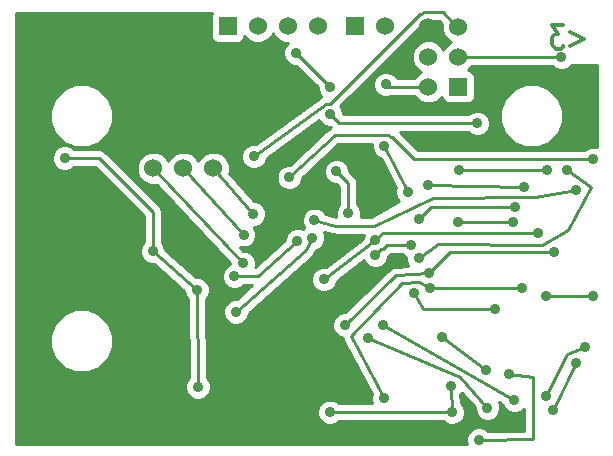
<source format=gbl>
G04 (created by PCBNEW-RS274X (2011-nov-30)-testing) date Sun 09 Sep 2012 09:49:09 PM EDT*
%MOIN*%
G04 Gerber Fmt 3.4, Leading zero omitted, Abs format*
%FSLAX34Y34*%
G01*
G70*
G90*
G04 APERTURE LIST*
%ADD10C,0.006*%
%ADD11C,0.012*%
%ADD12R,0.06X0.06*%
%ADD13C,0.06*%
%ADD14R,0.0906X0.0512*%
%ADD15R,0.0867X0.0512*%
%ADD16R,0.0591X0.0512*%
%ADD17C,0.035*%
%ADD18C,0.01*%
G04 APERTURE END LIST*
G54D10*
G54D11*
X18797Y14030D02*
X19254Y13801D01*
X18797Y13572D01*
X18568Y14296D02*
X18197Y14296D01*
X18397Y13991D01*
X18311Y13991D01*
X18254Y13953D01*
X18225Y13915D01*
X18197Y13839D01*
X18197Y13649D01*
X18225Y13572D01*
X18254Y13534D01*
X18311Y13496D01*
X18483Y13496D01*
X18540Y13534D01*
X18568Y13572D01*
G54D12*
X7380Y14235D03*
G54D13*
X8380Y14235D03*
X9380Y14235D03*
X10380Y14235D03*
X6900Y9505D03*
X5900Y9505D03*
X4900Y9505D03*
G54D12*
X15065Y12215D03*
G54D13*
X14065Y12215D03*
X15065Y13215D03*
X14065Y13215D03*
X15065Y14215D03*
X14065Y14215D03*
G54D14*
X751Y9114D03*
G54D15*
X1932Y8445D03*
G54D14*
X751Y5886D03*
G54D16*
X1932Y6555D03*
G54D12*
X11620Y14235D03*
G54D13*
X12620Y14235D03*
G54D17*
X11400Y8000D03*
X11000Y9400D03*
X10800Y11300D03*
X15700Y11000D03*
X18030Y9430D03*
X15090Y9430D03*
X12300Y6600D03*
X13500Y6950D03*
X13760Y6500D03*
X18675Y9459D03*
X13750Y7800D03*
X16950Y8200D03*
X18500Y13200D03*
X19564Y5259D03*
X17975Y5259D03*
X14850Y1370D03*
X10780Y1370D03*
X15050Y7700D03*
X16900Y7700D03*
X14820Y2260D03*
X9650Y13350D03*
X10800Y12200D03*
X17975Y1920D03*
X19291Y3558D03*
X8238Y7982D03*
X7909Y7289D03*
X7888Y6337D03*
X12050Y3850D03*
X16036Y1521D03*
X13590Y5340D03*
X16274Y4811D03*
X12540Y4290D03*
X16932Y1766D03*
X8250Y9900D03*
X7650Y4720D03*
X10202Y7185D03*
X18976Y8766D03*
X10270Y7770D03*
X11290Y4272D03*
X14100Y6000D03*
X18250Y6700D03*
X19550Y9800D03*
X9430Y9200D03*
X12580Y1840D03*
X17200Y5500D03*
X14111Y5504D03*
X18990Y3020D03*
X18220Y1451D03*
X16740Y2630D03*
X15750Y450D03*
X9702Y7095D03*
X7600Y5900D03*
X16770Y12645D03*
X10548Y6547D03*
X13650Y10450D03*
X14041Y8941D03*
X17240Y8885D03*
X12669Y8843D03*
X6420Y6240D03*
X14524Y3894D03*
X15973Y2767D03*
X8510Y1600D03*
X7490Y3460D03*
X3499Y7177D03*
X9932Y12329D03*
X7902Y12371D03*
X1940Y9840D03*
X17730Y7346D03*
X10583Y5798D03*
X6380Y2220D03*
X4878Y6743D03*
X6362Y5455D03*
X12300Y7100D03*
X13390Y8720D03*
X12600Y10250D03*
X12650Y12300D03*
G54D18*
X11400Y8000D02*
X11400Y9000D01*
X11400Y9000D02*
X11000Y9400D01*
X10800Y11300D02*
X11100Y11000D01*
X11100Y11000D02*
X15700Y11000D01*
X15090Y9430D02*
X18030Y9430D01*
X12300Y6600D02*
X12500Y6800D01*
X12500Y6800D02*
X12550Y6800D01*
X12550Y6800D02*
X12700Y6950D01*
X12700Y6950D02*
X13500Y6950D01*
X14380Y6980D02*
X13760Y6500D01*
X17870Y6953D02*
X14380Y6980D01*
X18717Y7436D02*
X17870Y6953D01*
X19501Y8878D02*
X18717Y7436D01*
X18675Y9459D02*
X19501Y8878D01*
X13750Y7800D02*
X14150Y8200D01*
X14150Y8200D02*
X16950Y8200D01*
X18500Y13200D02*
X15050Y13200D01*
X15050Y13200D02*
X15065Y13215D01*
X19536Y5259D02*
X19564Y5259D01*
X17975Y5259D02*
X19536Y5259D01*
X14850Y1370D02*
X14820Y2260D01*
X10780Y1370D02*
X14850Y1370D01*
X15050Y7700D02*
X16900Y7700D01*
X9650Y13350D02*
X10800Y12200D01*
X18682Y3313D02*
X17975Y1920D01*
X19291Y3558D02*
X18682Y3313D01*
X8238Y7982D02*
X6900Y9505D01*
X7909Y7289D02*
X5900Y9505D01*
X7888Y6337D02*
X4900Y9505D01*
X15105Y2536D02*
X12050Y3850D01*
X16036Y1521D02*
X15105Y2536D01*
X13894Y4811D02*
X13590Y5340D01*
X16274Y4811D02*
X13894Y4811D01*
X16932Y1766D02*
X12540Y4290D01*
X8250Y9900D02*
X10650Y11650D01*
X15000Y14250D02*
X14550Y14700D01*
X14550Y14700D02*
X13900Y14700D01*
X13900Y14700D02*
X13850Y14650D01*
X13850Y14650D02*
X13800Y14650D01*
X13800Y14650D02*
X10800Y11650D01*
X10800Y11650D02*
X10650Y11650D01*
X15065Y14215D02*
X15000Y14250D01*
X9977Y6780D02*
X7650Y4720D01*
X10202Y7185D02*
X9977Y6780D01*
X14206Y8529D02*
X17620Y8534D01*
X17620Y8534D02*
X18976Y8766D01*
X12240Y7590D02*
X14206Y8529D01*
X10950Y7590D02*
X12240Y7590D01*
X10270Y7770D02*
X10950Y7590D01*
X14100Y6000D02*
X13000Y5930D01*
X13000Y5930D02*
X11290Y4272D01*
X14100Y6000D02*
X14800Y6700D01*
X14800Y6700D02*
X18250Y6700D01*
X13600Y9800D02*
X19550Y9800D01*
X12850Y10550D02*
X13600Y9800D01*
X12800Y10550D02*
X12850Y10550D01*
X12750Y10600D02*
X12800Y10550D01*
X10950Y10600D02*
X12750Y10600D01*
X9430Y9200D02*
X10950Y10600D01*
X14111Y5504D02*
X17200Y5500D01*
X12580Y1840D02*
X11500Y3908D01*
X13180Y5679D02*
X13770Y5700D01*
X11500Y3908D02*
X13180Y5679D01*
X13770Y5700D02*
X14111Y5504D01*
X18220Y1451D02*
X18990Y3020D01*
X15750Y450D02*
X17548Y464D01*
X17569Y2543D02*
X16740Y2630D01*
X17548Y464D02*
X17569Y2543D01*
X9702Y7095D02*
X8400Y5900D01*
X8400Y5900D02*
X7600Y5900D01*
X17240Y8885D02*
X14041Y8941D01*
X14524Y3894D02*
X15973Y2767D01*
X7490Y3460D02*
X8510Y1600D01*
X3499Y7177D02*
X3492Y7177D01*
X7944Y12329D02*
X9932Y12329D01*
X7902Y12371D02*
X7944Y12329D01*
X4878Y6743D02*
X4878Y8052D01*
X3090Y9840D02*
X1940Y9840D01*
X4878Y8052D02*
X3090Y9840D01*
X12600Y10250D02*
X13390Y8720D01*
X10583Y5798D02*
X12300Y7100D01*
X12300Y7100D02*
X12550Y7350D01*
X12550Y7350D02*
X17730Y7346D01*
X6380Y2220D02*
X6362Y5455D01*
X4878Y6743D02*
X6362Y5455D01*
X12650Y12300D02*
X12750Y12200D01*
X12750Y12200D02*
X14050Y12200D01*
X14050Y12200D02*
X14065Y12215D01*
G54D10*
G36*
X17258Y1493D02*
X17251Y761D01*
X16048Y753D01*
X15991Y810D01*
X15835Y875D01*
X15666Y875D01*
X15510Y810D01*
X15390Y691D01*
X15325Y535D01*
X15325Y366D01*
X15342Y325D01*
X6805Y325D01*
X6805Y2135D01*
X6805Y2304D01*
X6740Y2460D01*
X6677Y2524D01*
X6663Y5157D01*
X6722Y5214D01*
X6787Y5370D01*
X6787Y5539D01*
X6722Y5695D01*
X6603Y5815D01*
X6447Y5880D01*
X6328Y5880D01*
X5303Y6771D01*
X5303Y6827D01*
X5238Y6983D01*
X5178Y7044D01*
X5178Y8052D01*
X5155Y8167D01*
X5090Y8264D01*
X5090Y8265D01*
X3550Y9805D01*
X3550Y11458D01*
X3390Y11844D01*
X3095Y12139D01*
X2710Y12299D01*
X2292Y12300D01*
X1906Y12140D01*
X1611Y11845D01*
X1451Y11460D01*
X1450Y11042D01*
X1610Y10656D01*
X1905Y10361D01*
X2290Y10201D01*
X2708Y10200D01*
X3094Y10360D01*
X3389Y10655D01*
X3549Y11040D01*
X3550Y11458D01*
X3550Y9805D01*
X3302Y10052D01*
X3205Y10117D01*
X3090Y10140D01*
X2240Y10140D01*
X2181Y10200D01*
X2025Y10265D01*
X1856Y10265D01*
X1700Y10200D01*
X1580Y10081D01*
X1515Y9925D01*
X1515Y9756D01*
X1580Y9600D01*
X1699Y9480D01*
X1855Y9415D01*
X2024Y9415D01*
X2180Y9480D01*
X2240Y9540D01*
X2965Y9540D01*
X4578Y7928D01*
X4578Y7044D01*
X4518Y6984D01*
X4453Y6828D01*
X4453Y6659D01*
X4518Y6503D01*
X4637Y6383D01*
X4793Y6318D01*
X4909Y6318D01*
X5937Y5425D01*
X5937Y5371D01*
X6002Y5215D01*
X6063Y5153D01*
X6077Y2518D01*
X6020Y2461D01*
X5955Y2305D01*
X5955Y2136D01*
X6020Y1980D01*
X6139Y1860D01*
X6295Y1795D01*
X6464Y1795D01*
X6620Y1860D01*
X6740Y1979D01*
X6805Y2135D01*
X6805Y325D01*
X3550Y325D01*
X3550Y3958D01*
X3390Y4344D01*
X3095Y4639D01*
X2710Y4799D01*
X2292Y4800D01*
X1906Y4640D01*
X1611Y4345D01*
X1451Y3960D01*
X1450Y3542D01*
X1610Y3156D01*
X1905Y2861D01*
X2290Y2701D01*
X2708Y2700D01*
X3094Y2860D01*
X3389Y3155D01*
X3549Y3540D01*
X3550Y3958D01*
X3550Y325D01*
X325Y325D01*
X325Y14675D01*
X6868Y14675D01*
X6831Y14585D01*
X6831Y14486D01*
X6831Y13886D01*
X6869Y13794D01*
X6939Y13724D01*
X7030Y13686D01*
X7129Y13686D01*
X7729Y13686D01*
X7821Y13724D01*
X7891Y13794D01*
X7929Y13885D01*
X7929Y13909D01*
X8068Y13770D01*
X8270Y13686D01*
X8489Y13686D01*
X8691Y13769D01*
X8845Y13923D01*
X8879Y14007D01*
X8914Y13924D01*
X9068Y13770D01*
X9270Y13686D01*
X9385Y13686D01*
X9290Y13591D01*
X9225Y13435D01*
X9225Y13266D01*
X9290Y13110D01*
X9409Y12990D01*
X9565Y12925D01*
X9651Y12925D01*
X10375Y12201D01*
X10375Y12116D01*
X10440Y11960D01*
X10496Y11903D01*
X10473Y11892D01*
X8323Y10325D01*
X8166Y10325D01*
X8010Y10260D01*
X7890Y10141D01*
X7825Y9985D01*
X7825Y9816D01*
X7890Y9660D01*
X8009Y9540D01*
X8165Y9475D01*
X8334Y9475D01*
X8490Y9540D01*
X8610Y9659D01*
X8675Y9815D01*
X8675Y9839D01*
X10418Y11111D01*
X10440Y11060D01*
X10559Y10940D01*
X10715Y10875D01*
X10801Y10875D01*
X10813Y10863D01*
X10752Y10823D01*
X10748Y10819D01*
X10746Y10818D01*
X10738Y10812D01*
X10734Y10807D01*
X9448Y9625D01*
X9346Y9625D01*
X9190Y9560D01*
X9070Y9441D01*
X9005Y9285D01*
X9005Y9116D01*
X9070Y8960D01*
X9189Y8840D01*
X9345Y8775D01*
X9514Y8775D01*
X9670Y8840D01*
X9790Y8959D01*
X9855Y9115D01*
X9855Y9184D01*
X11069Y10300D01*
X12175Y10300D01*
X12175Y10166D01*
X12240Y10010D01*
X12359Y9890D01*
X12472Y9843D01*
X12984Y8852D01*
X12965Y8805D01*
X12965Y8636D01*
X13030Y8480D01*
X13089Y8421D01*
X12159Y7890D01*
X11814Y7890D01*
X11825Y7915D01*
X11825Y8084D01*
X11760Y8240D01*
X11700Y8301D01*
X11700Y9000D01*
X11677Y9115D01*
X11612Y9212D01*
X11612Y9213D01*
X11425Y9400D01*
X11425Y9484D01*
X11360Y9640D01*
X11241Y9760D01*
X11085Y9825D01*
X10916Y9825D01*
X10760Y9760D01*
X10640Y9641D01*
X10575Y9485D01*
X10575Y9316D01*
X10640Y9160D01*
X10759Y9040D01*
X10915Y8975D01*
X11000Y8975D01*
X11100Y8876D01*
X11100Y8301D01*
X11040Y8241D01*
X10975Y8085D01*
X10975Y7916D01*
X10985Y7891D01*
X10641Y7982D01*
X10630Y8010D01*
X10511Y8130D01*
X10355Y8195D01*
X10186Y8195D01*
X10030Y8130D01*
X9910Y8011D01*
X9845Y7855D01*
X9845Y7686D01*
X9910Y7530D01*
X9928Y7512D01*
X9892Y7477D01*
X9787Y7520D01*
X9618Y7520D01*
X9462Y7455D01*
X9342Y7336D01*
X9277Y7180D01*
X9277Y7111D01*
X8296Y6213D01*
X8313Y6252D01*
X8313Y6421D01*
X8248Y6577D01*
X8129Y6697D01*
X7973Y6762D01*
X7896Y6762D01*
X7785Y6881D01*
X7824Y6864D01*
X7993Y6864D01*
X8149Y6929D01*
X8269Y7048D01*
X8334Y7204D01*
X8334Y7373D01*
X8269Y7529D01*
X8241Y7557D01*
X8322Y7557D01*
X8478Y7622D01*
X8598Y7741D01*
X8663Y7897D01*
X8663Y8066D01*
X8598Y8222D01*
X8479Y8342D01*
X8323Y8407D01*
X8263Y8407D01*
X7431Y9354D01*
X7449Y9395D01*
X7449Y9614D01*
X7366Y9816D01*
X7212Y9970D01*
X7010Y10054D01*
X6791Y10054D01*
X6589Y9971D01*
X6435Y9817D01*
X6400Y9734D01*
X6366Y9816D01*
X6212Y9970D01*
X6010Y10054D01*
X5791Y10054D01*
X5589Y9971D01*
X5435Y9817D01*
X5400Y9734D01*
X5366Y9816D01*
X5212Y9970D01*
X5010Y10054D01*
X4791Y10054D01*
X4589Y9971D01*
X4435Y9817D01*
X4351Y9615D01*
X4351Y9396D01*
X4434Y9194D01*
X4588Y9040D01*
X4790Y8956D01*
X5005Y8956D01*
X7463Y6349D01*
X7463Y6303D01*
X7360Y6260D01*
X7240Y6141D01*
X7175Y5985D01*
X7175Y5816D01*
X7240Y5660D01*
X7359Y5540D01*
X7515Y5475D01*
X7684Y5475D01*
X7840Y5540D01*
X7900Y5600D01*
X8191Y5600D01*
X7677Y5145D01*
X7566Y5145D01*
X7410Y5080D01*
X7290Y4961D01*
X7225Y4805D01*
X7225Y4636D01*
X7290Y4480D01*
X7409Y4360D01*
X7565Y4295D01*
X7734Y4295D01*
X7890Y4360D01*
X8010Y4479D01*
X8075Y4635D01*
X8075Y4695D01*
X10176Y6554D01*
X10216Y6608D01*
X10239Y6634D01*
X10246Y6647D01*
X10247Y6648D01*
X10247Y6649D01*
X10315Y6773D01*
X10442Y6825D01*
X10562Y6944D01*
X10627Y7100D01*
X10627Y7269D01*
X10581Y7378D01*
X10873Y7300D01*
X10911Y7298D01*
X10950Y7290D01*
X11918Y7290D01*
X11875Y7185D01*
X11875Y7156D01*
X10647Y6223D01*
X10499Y6223D01*
X10343Y6158D01*
X10223Y6039D01*
X10158Y5883D01*
X10158Y5714D01*
X10223Y5558D01*
X10342Y5438D01*
X10498Y5373D01*
X10667Y5373D01*
X10823Y5438D01*
X10943Y5557D01*
X11008Y5713D01*
X11008Y5745D01*
X11911Y6430D01*
X11940Y6360D01*
X12059Y6240D01*
X12215Y6175D01*
X12384Y6175D01*
X12540Y6240D01*
X12660Y6359D01*
X12725Y6515D01*
X12725Y6564D01*
X12762Y6588D01*
X12824Y6650D01*
X13199Y6650D01*
X13259Y6590D01*
X13335Y6559D01*
X13335Y6416D01*
X13400Y6260D01*
X13404Y6256D01*
X12981Y6229D01*
X12928Y6215D01*
X12890Y6208D01*
X12881Y6203D01*
X12868Y6199D01*
X12823Y6165D01*
X12791Y6144D01*
X11297Y4697D01*
X11206Y4697D01*
X11050Y4632D01*
X10930Y4513D01*
X10865Y4357D01*
X10865Y4188D01*
X10930Y4032D01*
X11049Y3912D01*
X11205Y3847D01*
X11211Y3847D01*
X11215Y3834D01*
X11226Y3786D01*
X11231Y3779D01*
X11234Y3769D01*
X12174Y1971D01*
X12155Y1925D01*
X12155Y1756D01*
X12190Y1670D01*
X11080Y1670D01*
X11021Y1730D01*
X10865Y1795D01*
X10696Y1795D01*
X10540Y1730D01*
X10420Y1611D01*
X10355Y1455D01*
X10355Y1286D01*
X10420Y1130D01*
X10539Y1010D01*
X10695Y945D01*
X10864Y945D01*
X11020Y1010D01*
X11080Y1070D01*
X14549Y1070D01*
X14609Y1010D01*
X14765Y945D01*
X14934Y945D01*
X15090Y1010D01*
X15210Y1129D01*
X15275Y1285D01*
X15275Y1454D01*
X15210Y1610D01*
X15139Y1682D01*
X15129Y1970D01*
X15175Y2015D01*
X15611Y1540D01*
X15611Y1437D01*
X15676Y1281D01*
X15795Y1161D01*
X15951Y1096D01*
X16120Y1096D01*
X16276Y1161D01*
X16396Y1280D01*
X16461Y1436D01*
X16461Y1605D01*
X16414Y1716D01*
X16517Y1657D01*
X16572Y1526D01*
X16691Y1406D01*
X16847Y1341D01*
X17016Y1341D01*
X17172Y1406D01*
X17258Y1493D01*
X17258Y1493D01*
G37*
G54D18*
X17258Y1493D02*
X17251Y761D01*
X16048Y753D01*
X15991Y810D01*
X15835Y875D01*
X15666Y875D01*
X15510Y810D01*
X15390Y691D01*
X15325Y535D01*
X15325Y366D01*
X15342Y325D01*
X6805Y325D01*
X6805Y2135D01*
X6805Y2304D01*
X6740Y2460D01*
X6677Y2524D01*
X6663Y5157D01*
X6722Y5214D01*
X6787Y5370D01*
X6787Y5539D01*
X6722Y5695D01*
X6603Y5815D01*
X6447Y5880D01*
X6328Y5880D01*
X5303Y6771D01*
X5303Y6827D01*
X5238Y6983D01*
X5178Y7044D01*
X5178Y8052D01*
X5155Y8167D01*
X5090Y8264D01*
X5090Y8265D01*
X3550Y9805D01*
X3550Y11458D01*
X3390Y11844D01*
X3095Y12139D01*
X2710Y12299D01*
X2292Y12300D01*
X1906Y12140D01*
X1611Y11845D01*
X1451Y11460D01*
X1450Y11042D01*
X1610Y10656D01*
X1905Y10361D01*
X2290Y10201D01*
X2708Y10200D01*
X3094Y10360D01*
X3389Y10655D01*
X3549Y11040D01*
X3550Y11458D01*
X3550Y9805D01*
X3302Y10052D01*
X3205Y10117D01*
X3090Y10140D01*
X2240Y10140D01*
X2181Y10200D01*
X2025Y10265D01*
X1856Y10265D01*
X1700Y10200D01*
X1580Y10081D01*
X1515Y9925D01*
X1515Y9756D01*
X1580Y9600D01*
X1699Y9480D01*
X1855Y9415D01*
X2024Y9415D01*
X2180Y9480D01*
X2240Y9540D01*
X2965Y9540D01*
X4578Y7928D01*
X4578Y7044D01*
X4518Y6984D01*
X4453Y6828D01*
X4453Y6659D01*
X4518Y6503D01*
X4637Y6383D01*
X4793Y6318D01*
X4909Y6318D01*
X5937Y5425D01*
X5937Y5371D01*
X6002Y5215D01*
X6063Y5153D01*
X6077Y2518D01*
X6020Y2461D01*
X5955Y2305D01*
X5955Y2136D01*
X6020Y1980D01*
X6139Y1860D01*
X6295Y1795D01*
X6464Y1795D01*
X6620Y1860D01*
X6740Y1979D01*
X6805Y2135D01*
X6805Y325D01*
X3550Y325D01*
X3550Y3958D01*
X3390Y4344D01*
X3095Y4639D01*
X2710Y4799D01*
X2292Y4800D01*
X1906Y4640D01*
X1611Y4345D01*
X1451Y3960D01*
X1450Y3542D01*
X1610Y3156D01*
X1905Y2861D01*
X2290Y2701D01*
X2708Y2700D01*
X3094Y2860D01*
X3389Y3155D01*
X3549Y3540D01*
X3550Y3958D01*
X3550Y325D01*
X325Y325D01*
X325Y14675D01*
X6868Y14675D01*
X6831Y14585D01*
X6831Y14486D01*
X6831Y13886D01*
X6869Y13794D01*
X6939Y13724D01*
X7030Y13686D01*
X7129Y13686D01*
X7729Y13686D01*
X7821Y13724D01*
X7891Y13794D01*
X7929Y13885D01*
X7929Y13909D01*
X8068Y13770D01*
X8270Y13686D01*
X8489Y13686D01*
X8691Y13769D01*
X8845Y13923D01*
X8879Y14007D01*
X8914Y13924D01*
X9068Y13770D01*
X9270Y13686D01*
X9385Y13686D01*
X9290Y13591D01*
X9225Y13435D01*
X9225Y13266D01*
X9290Y13110D01*
X9409Y12990D01*
X9565Y12925D01*
X9651Y12925D01*
X10375Y12201D01*
X10375Y12116D01*
X10440Y11960D01*
X10496Y11903D01*
X10473Y11892D01*
X8323Y10325D01*
X8166Y10325D01*
X8010Y10260D01*
X7890Y10141D01*
X7825Y9985D01*
X7825Y9816D01*
X7890Y9660D01*
X8009Y9540D01*
X8165Y9475D01*
X8334Y9475D01*
X8490Y9540D01*
X8610Y9659D01*
X8675Y9815D01*
X8675Y9839D01*
X10418Y11111D01*
X10440Y11060D01*
X10559Y10940D01*
X10715Y10875D01*
X10801Y10875D01*
X10813Y10863D01*
X10752Y10823D01*
X10748Y10819D01*
X10746Y10818D01*
X10738Y10812D01*
X10734Y10807D01*
X9448Y9625D01*
X9346Y9625D01*
X9190Y9560D01*
X9070Y9441D01*
X9005Y9285D01*
X9005Y9116D01*
X9070Y8960D01*
X9189Y8840D01*
X9345Y8775D01*
X9514Y8775D01*
X9670Y8840D01*
X9790Y8959D01*
X9855Y9115D01*
X9855Y9184D01*
X11069Y10300D01*
X12175Y10300D01*
X12175Y10166D01*
X12240Y10010D01*
X12359Y9890D01*
X12472Y9843D01*
X12984Y8852D01*
X12965Y8805D01*
X12965Y8636D01*
X13030Y8480D01*
X13089Y8421D01*
X12159Y7890D01*
X11814Y7890D01*
X11825Y7915D01*
X11825Y8084D01*
X11760Y8240D01*
X11700Y8301D01*
X11700Y9000D01*
X11677Y9115D01*
X11612Y9212D01*
X11612Y9213D01*
X11425Y9400D01*
X11425Y9484D01*
X11360Y9640D01*
X11241Y9760D01*
X11085Y9825D01*
X10916Y9825D01*
X10760Y9760D01*
X10640Y9641D01*
X10575Y9485D01*
X10575Y9316D01*
X10640Y9160D01*
X10759Y9040D01*
X10915Y8975D01*
X11000Y8975D01*
X11100Y8876D01*
X11100Y8301D01*
X11040Y8241D01*
X10975Y8085D01*
X10975Y7916D01*
X10985Y7891D01*
X10641Y7982D01*
X10630Y8010D01*
X10511Y8130D01*
X10355Y8195D01*
X10186Y8195D01*
X10030Y8130D01*
X9910Y8011D01*
X9845Y7855D01*
X9845Y7686D01*
X9910Y7530D01*
X9928Y7512D01*
X9892Y7477D01*
X9787Y7520D01*
X9618Y7520D01*
X9462Y7455D01*
X9342Y7336D01*
X9277Y7180D01*
X9277Y7111D01*
X8296Y6213D01*
X8313Y6252D01*
X8313Y6421D01*
X8248Y6577D01*
X8129Y6697D01*
X7973Y6762D01*
X7896Y6762D01*
X7785Y6881D01*
X7824Y6864D01*
X7993Y6864D01*
X8149Y6929D01*
X8269Y7048D01*
X8334Y7204D01*
X8334Y7373D01*
X8269Y7529D01*
X8241Y7557D01*
X8322Y7557D01*
X8478Y7622D01*
X8598Y7741D01*
X8663Y7897D01*
X8663Y8066D01*
X8598Y8222D01*
X8479Y8342D01*
X8323Y8407D01*
X8263Y8407D01*
X7431Y9354D01*
X7449Y9395D01*
X7449Y9614D01*
X7366Y9816D01*
X7212Y9970D01*
X7010Y10054D01*
X6791Y10054D01*
X6589Y9971D01*
X6435Y9817D01*
X6400Y9734D01*
X6366Y9816D01*
X6212Y9970D01*
X6010Y10054D01*
X5791Y10054D01*
X5589Y9971D01*
X5435Y9817D01*
X5400Y9734D01*
X5366Y9816D01*
X5212Y9970D01*
X5010Y10054D01*
X4791Y10054D01*
X4589Y9971D01*
X4435Y9817D01*
X4351Y9615D01*
X4351Y9396D01*
X4434Y9194D01*
X4588Y9040D01*
X4790Y8956D01*
X5005Y8956D01*
X7463Y6349D01*
X7463Y6303D01*
X7360Y6260D01*
X7240Y6141D01*
X7175Y5985D01*
X7175Y5816D01*
X7240Y5660D01*
X7359Y5540D01*
X7515Y5475D01*
X7684Y5475D01*
X7840Y5540D01*
X7900Y5600D01*
X8191Y5600D01*
X7677Y5145D01*
X7566Y5145D01*
X7410Y5080D01*
X7290Y4961D01*
X7225Y4805D01*
X7225Y4636D01*
X7290Y4480D01*
X7409Y4360D01*
X7565Y4295D01*
X7734Y4295D01*
X7890Y4360D01*
X8010Y4479D01*
X8075Y4635D01*
X8075Y4695D01*
X10176Y6554D01*
X10216Y6608D01*
X10239Y6634D01*
X10246Y6647D01*
X10247Y6648D01*
X10247Y6649D01*
X10315Y6773D01*
X10442Y6825D01*
X10562Y6944D01*
X10627Y7100D01*
X10627Y7269D01*
X10581Y7378D01*
X10873Y7300D01*
X10911Y7298D01*
X10950Y7290D01*
X11918Y7290D01*
X11875Y7185D01*
X11875Y7156D01*
X10647Y6223D01*
X10499Y6223D01*
X10343Y6158D01*
X10223Y6039D01*
X10158Y5883D01*
X10158Y5714D01*
X10223Y5558D01*
X10342Y5438D01*
X10498Y5373D01*
X10667Y5373D01*
X10823Y5438D01*
X10943Y5557D01*
X11008Y5713D01*
X11008Y5745D01*
X11911Y6430D01*
X11940Y6360D01*
X12059Y6240D01*
X12215Y6175D01*
X12384Y6175D01*
X12540Y6240D01*
X12660Y6359D01*
X12725Y6515D01*
X12725Y6564D01*
X12762Y6588D01*
X12824Y6650D01*
X13199Y6650D01*
X13259Y6590D01*
X13335Y6559D01*
X13335Y6416D01*
X13400Y6260D01*
X13404Y6256D01*
X12981Y6229D01*
X12928Y6215D01*
X12890Y6208D01*
X12881Y6203D01*
X12868Y6199D01*
X12823Y6165D01*
X12791Y6144D01*
X11297Y4697D01*
X11206Y4697D01*
X11050Y4632D01*
X10930Y4513D01*
X10865Y4357D01*
X10865Y4188D01*
X10930Y4032D01*
X11049Y3912D01*
X11205Y3847D01*
X11211Y3847D01*
X11215Y3834D01*
X11226Y3786D01*
X11231Y3779D01*
X11234Y3769D01*
X12174Y1971D01*
X12155Y1925D01*
X12155Y1756D01*
X12190Y1670D01*
X11080Y1670D01*
X11021Y1730D01*
X10865Y1795D01*
X10696Y1795D01*
X10540Y1730D01*
X10420Y1611D01*
X10355Y1455D01*
X10355Y1286D01*
X10420Y1130D01*
X10539Y1010D01*
X10695Y945D01*
X10864Y945D01*
X11020Y1010D01*
X11080Y1070D01*
X14549Y1070D01*
X14609Y1010D01*
X14765Y945D01*
X14934Y945D01*
X15090Y1010D01*
X15210Y1129D01*
X15275Y1285D01*
X15275Y1454D01*
X15210Y1610D01*
X15139Y1682D01*
X15129Y1970D01*
X15175Y2015D01*
X15611Y1540D01*
X15611Y1437D01*
X15676Y1281D01*
X15795Y1161D01*
X15951Y1096D01*
X16120Y1096D01*
X16276Y1161D01*
X16396Y1280D01*
X16461Y1436D01*
X16461Y1605D01*
X16414Y1716D01*
X16517Y1657D01*
X16572Y1526D01*
X16691Y1406D01*
X16847Y1341D01*
X17016Y1341D01*
X17172Y1406D01*
X17258Y1493D01*
G54D10*
G36*
X19675Y10209D02*
X19635Y10225D01*
X19466Y10225D01*
X19310Y10160D01*
X19249Y10100D01*
X18550Y10100D01*
X18550Y11458D01*
X18390Y11844D01*
X18095Y12139D01*
X17710Y12299D01*
X17292Y12300D01*
X16906Y12140D01*
X16611Y11845D01*
X16451Y11460D01*
X16450Y11042D01*
X16610Y10656D01*
X16905Y10361D01*
X17290Y10201D01*
X17708Y10200D01*
X18094Y10360D01*
X18389Y10655D01*
X18549Y11040D01*
X18550Y11458D01*
X18550Y10100D01*
X13724Y10100D01*
X13124Y10700D01*
X15399Y10700D01*
X15459Y10640D01*
X15615Y10575D01*
X15784Y10575D01*
X15940Y10640D01*
X16060Y10759D01*
X16125Y10915D01*
X16125Y11084D01*
X16060Y11240D01*
X15941Y11360D01*
X15785Y11425D01*
X15616Y11425D01*
X15460Y11360D01*
X15399Y11300D01*
X11225Y11300D01*
X11225Y11384D01*
X11160Y11540D01*
X11137Y11564D01*
X13943Y14369D01*
X13965Y14373D01*
X14005Y14400D01*
X14426Y14400D01*
X14516Y14310D01*
X14516Y14106D01*
X14599Y13904D01*
X14753Y13750D01*
X14836Y13716D01*
X14754Y13681D01*
X14600Y13527D01*
X14565Y13444D01*
X14531Y13526D01*
X14377Y13680D01*
X14175Y13764D01*
X13956Y13764D01*
X13754Y13681D01*
X13600Y13527D01*
X13516Y13325D01*
X13516Y13106D01*
X13599Y12904D01*
X13753Y12750D01*
X13836Y12716D01*
X13754Y12681D01*
X13600Y12527D01*
X13588Y12500D01*
X13026Y12500D01*
X13010Y12540D01*
X12891Y12660D01*
X12735Y12725D01*
X12566Y12725D01*
X12410Y12660D01*
X12290Y12541D01*
X12225Y12385D01*
X12225Y12216D01*
X12290Y12060D01*
X12409Y11940D01*
X12565Y11875D01*
X12734Y11875D01*
X12794Y11900D01*
X13603Y11900D01*
X13753Y11750D01*
X13955Y11666D01*
X14174Y11666D01*
X14376Y11749D01*
X14516Y11889D01*
X14516Y11866D01*
X14554Y11774D01*
X14624Y11704D01*
X14715Y11666D01*
X14814Y11666D01*
X15414Y11666D01*
X15506Y11704D01*
X15576Y11774D01*
X15614Y11865D01*
X15614Y11964D01*
X15614Y12564D01*
X15576Y12656D01*
X15506Y12726D01*
X15415Y12764D01*
X15391Y12764D01*
X15527Y12900D01*
X18199Y12900D01*
X18259Y12840D01*
X18415Y12775D01*
X18584Y12775D01*
X18740Y12840D01*
X18850Y12950D01*
X19675Y12950D01*
X19675Y10209D01*
X19675Y10209D01*
G37*
G54D18*
X19675Y10209D02*
X19635Y10225D01*
X19466Y10225D01*
X19310Y10160D01*
X19249Y10100D01*
X18550Y10100D01*
X18550Y11458D01*
X18390Y11844D01*
X18095Y12139D01*
X17710Y12299D01*
X17292Y12300D01*
X16906Y12140D01*
X16611Y11845D01*
X16451Y11460D01*
X16450Y11042D01*
X16610Y10656D01*
X16905Y10361D01*
X17290Y10201D01*
X17708Y10200D01*
X18094Y10360D01*
X18389Y10655D01*
X18549Y11040D01*
X18550Y11458D01*
X18550Y10100D01*
X13724Y10100D01*
X13124Y10700D01*
X15399Y10700D01*
X15459Y10640D01*
X15615Y10575D01*
X15784Y10575D01*
X15940Y10640D01*
X16060Y10759D01*
X16125Y10915D01*
X16125Y11084D01*
X16060Y11240D01*
X15941Y11360D01*
X15785Y11425D01*
X15616Y11425D01*
X15460Y11360D01*
X15399Y11300D01*
X11225Y11300D01*
X11225Y11384D01*
X11160Y11540D01*
X11137Y11564D01*
X13943Y14369D01*
X13965Y14373D01*
X14005Y14400D01*
X14426Y14400D01*
X14516Y14310D01*
X14516Y14106D01*
X14599Y13904D01*
X14753Y13750D01*
X14836Y13716D01*
X14754Y13681D01*
X14600Y13527D01*
X14565Y13444D01*
X14531Y13526D01*
X14377Y13680D01*
X14175Y13764D01*
X13956Y13764D01*
X13754Y13681D01*
X13600Y13527D01*
X13516Y13325D01*
X13516Y13106D01*
X13599Y12904D01*
X13753Y12750D01*
X13836Y12716D01*
X13754Y12681D01*
X13600Y12527D01*
X13588Y12500D01*
X13026Y12500D01*
X13010Y12540D01*
X12891Y12660D01*
X12735Y12725D01*
X12566Y12725D01*
X12410Y12660D01*
X12290Y12541D01*
X12225Y12385D01*
X12225Y12216D01*
X12290Y12060D01*
X12409Y11940D01*
X12565Y11875D01*
X12734Y11875D01*
X12794Y11900D01*
X13603Y11900D01*
X13753Y11750D01*
X13955Y11666D01*
X14174Y11666D01*
X14376Y11749D01*
X14516Y11889D01*
X14516Y11866D01*
X14554Y11774D01*
X14624Y11704D01*
X14715Y11666D01*
X14814Y11666D01*
X15414Y11666D01*
X15506Y11704D01*
X15576Y11774D01*
X15614Y11865D01*
X15614Y11964D01*
X15614Y12564D01*
X15576Y12656D01*
X15506Y12726D01*
X15415Y12764D01*
X15391Y12764D01*
X15527Y12900D01*
X18199Y12900D01*
X18259Y12840D01*
X18415Y12775D01*
X18584Y12775D01*
X18740Y12840D01*
X18850Y12950D01*
X19675Y12950D01*
X19675Y10209D01*
M02*

</source>
